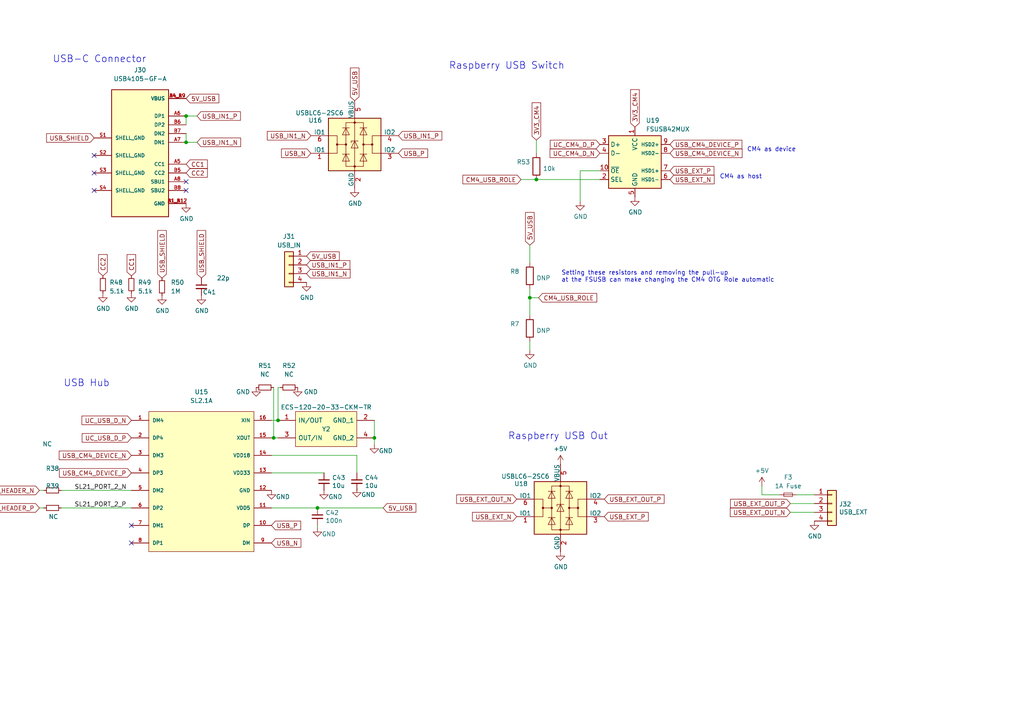
<source format=kicad_sch>
(kicad_sch (version 20250114) (generator "eeschema") (generator_version "9.0")
  (paper "A4")
  (lib_symbols
    (symbol "Connector_Generic:Conn_01x04" (pin_names (offset 1.016) (hide yes))
      (property "Reference" "J" (at 0 5.08 0))
      (property "Value" "Conn_01x04" (at 0 -7.62 0))
      (symbol "Conn_01x04_1_1"
        (rectangle (start -1.27 3.81) (end 1.27 -6.35) (stroke (width 0.254)) (fill (type background)))
        (rectangle (start -1.27 2.667) (end 0 2.413) (stroke (width 0.1524)))
        (rectangle (start -1.27 0.127) (end 0 -0.127) (stroke (width 0.1524)))
        (rectangle (start -1.27 -2.413) (end 0 -2.667) (stroke (width 0.1524)))
        (rectangle (start -1.27 -4.953) (end 0 -5.207) (stroke (width 0.1524)))
        (pin passive line (at -5.08 2.54 0) (length 3.81) (name "Pin_1") (number "1"))
        (pin passive line (at -5.08 0 0) (length 3.81) (name "Pin_2") (number "2"))
        (pin passive line (at -5.08 -2.54 0) (length 3.81) (name "Pin_3") (number "3"))
        (pin passive line (at -5.08 -5.08 0) (length 3.81) (name "Pin_4") (number "4"))
      )
    )
    (symbol "Device:C_Small" (pin_numbers (hide yes)) (pin_names (offset 0.254) (hide yes))
      (property "Reference" "C" (at 0.254 1.778 0))
      (property "Value" "C_Small" (at 0.254 -2.032 0))
      (symbol "C_Small_0_1"
        (polyline (pts (xy -1.524 0.508) (xy 1.524 0.508)) (stroke (width 0.3048)))
        (polyline (pts (xy -1.524 -0.508) (xy 1.524 -0.508)) (stroke (width 0.3302)))
      )
      (symbol "C_Small_1_1"
        (pin passive line (at 0 2.54 270) (length 2.032) (name "~") (number "1"))
        (pin passive line (at 0 -2.54 90) (length 2.032) (name "~") (number "2"))
      )
    )
    (symbol "Device:Fuse_Small" (pin_numbers (hide yes)) (pin_names (offset 0.254) (hide yes))
      (property "Reference" "F" (at 0 -1.524 0))
      (property "Value" "Fuse_Small" (at 0 1.524 0))
      (symbol "Fuse_Small_0_1"
        (rectangle (start -1.27 0.508) (end 1.27 -0.508))
        (polyline (pts (xy -1.27 0) (xy 1.27 0)))
      )
      (symbol "Fuse_Small_1_1"
        (pin passive line (at -2.54 0 0) (length 1.27) (name "~") (number "1"))
        (pin passive line (at 2.54 0 180) (length 1.27) (name "~") (number "2"))
      )
    )
    (symbol "Device:R" (pin_numbers (hide yes)) (pin_names (offset 0))
      (property "Reference" "R" (at 2.032 0 90))
      (property "Value" "R" (at 0 0 90))
      (symbol "R_0_1"
        (rectangle (start -1.016 -2.54) (end 1.016 2.54) (stroke (width 0.254)))
      )
      (symbol "R_1_1"
        (pin passive line (at 0 3.81 270) (length 1.27) (name "~") (number "1"))
        (pin passive line (at 0 -3.81 90) (length 1.27) (name "~") (number "2"))
      )
    )
    (symbol "Device:R_Small" (pin_numbers (hide yes)) (pin_names (offset 0.254) (hide yes))
      (property "Reference" "R" (at 0.762 0.508 0))
      (property "Value" "R_Small" (at 0.762 -1.016 0))
      (symbol "R_Small_0_1"
        (rectangle (start -0.762 1.778) (end 0.762 -1.778) (stroke (width 0.2032)))
      )
      (symbol "R_Small_1_1"
        (pin passive line (at 0 2.54 270) (length 0.762) (name "~") (number "1"))
        (pin passive line (at 0 -2.54 90) (length 0.762) (name "~") (number "2"))
      )
    )
    (symbol "Interface_USB:FSUSB42MUX"
      (property "Reference" "U" (at -6.35 8.89 0))
      (property "Value" "FSUSB42MUX" (at 7.62 8.89 0))
      (symbol "FSUSB42MUX_0_1"
        (rectangle (start 7.62 7.62) (end -7.62 -7.62) (stroke (width 0.254)) (fill (type background)))
      )
      (symbol "FSUSB42MUX_1_1"
        (pin bidirectional line (at -10.16 5.08 0) (length 2.54) (name "D+") (number "3"))
        (pin bidirectional line (at -10.16 2.54 0) (length 2.54) (name "D-") (number "4"))
        (pin input line (at -10.16 -2.54 0) (length 2.54) (name "~{OE}") (number "10"))
        (pin input line (at -10.16 -5.08 0) (length 2.54) (name "SEL") (number "2"))
        (pin power_in line (at 0 10.16 270) (length 2.54) (name "VCC") (number "1"))
        (pin power_in line (at 0 -10.16 90) (length 2.54) (name "GND") (number "5"))
        (pin bidirectional line (at 10.16 5.08 180) (length 2.54) (name "HSD2+") (number "9"))
        (pin bidirectional line (at 10.16 2.54 180) (length 2.54) (name "HSD2-") (number "8"))
        (pin bidirectional line (at 10.16 -2.54 180) (length 2.54) (name "HSD1+") (number "7"))
        (pin bidirectional line (at 10.16 -5.08 180) (length 2.54) (name "HSD1-") (number "6"))
      )
    )
    (symbol "Power_Protection:USBLC6-2SC6" (pin_names (offset 0))
      (property "Reference" "U" (at 5.08 8.89 0))
      (property "Value" "USBLC6-2SC6" (at 10.16 -10.16 0))
      (symbol "USBLC6-2SC6_0_1"
        (rectangle (start -7.62 -7.62) (end 7.62 7.62) (stroke (width 0.254)) (fill (type background)))
        (polyline (pts (xy -5.08 2.54) (xy -7.62 2.54)))
        (circle (center -5.08 0) (radius 0.254) (fill (type outline)))
        (polyline (pts (xy -5.08 0) (xy -5.08 -2.54)))
        (polyline (pts (xy -5.08 -2.54) (xy -7.62 -2.54)))
        (polyline (pts (xy -3.556 2.794) (xy -1.524 2.794) (xy -2.54 4.826) (xy -3.556 2.794)))
        (polyline (pts (xy -3.556 -4.826) (xy -1.524 -4.826) (xy -2.54 -2.794) (xy -3.556 -4.826)))
        (rectangle (start -2.54 6.35) (end 2.54 -6.35))
        (circle (center -2.54 0) (radius 0.254) (fill (type outline)))
        (polyline (pts (xy -2.54 0) (xy -5.08 0) (xy -5.08 2.54)))
        (polyline (pts (xy -1.524 4.826) (xy -3.556 4.826)))
        (polyline (pts (xy -1.524 -2.794) (xy -3.556 -2.794)))
        (polyline (pts (xy -1.016 -1.016) (xy 1.016 -1.016) (xy 0 1.016) (xy -1.016 -1.016)))
        (circle (center 0 6.35) (radius 0.254) (fill (type outline)))
        (polyline (pts (xy 0 6.35) (xy 0 7.62)))
        (polyline (pts (xy 0 1.27) (xy 0 6.35)))
        (polyline (pts (xy 0 -6.35) (xy 0 1.27)))
        (circle (center 0 -6.35) (radius 0.254) (fill (type outline)))
        (polyline (pts (xy 0 -7.62) (xy 0 -6.35)))
        (polyline (pts (xy 1.016 1.016) (xy 0.762 1.016) (xy -1.016 1.016) (xy -1.016 0.508)))
        (polyline (pts (xy 1.524 4.826) (xy 3.556 4.826)))
        (polyline (pts (xy 1.524 -2.794) (xy 3.556 -2.794)))
        (polyline (pts (xy 2.54 0) (xy 5.08 0) (xy 5.08 2.54)))
        (circle (center 2.54 0) (radius 0.254) (fill (type outline)))
        (polyline (pts (xy 3.556 2.794) (xy 1.524 2.794) (xy 2.54 4.826) (xy 3.556 2.794)))
        (polyline (pts (xy 3.556 -4.826) (xy 1.524 -4.826) (xy 2.54 -2.794) (xy 3.556 -4.826)))
        (polyline (pts (xy 5.08 2.54) (xy 7.62 2.54)))
        (polyline (pts (xy 5.08 0) (xy 5.08 -2.54)))
        (circle (center 5.08 0) (radius 0.254) (fill (type outline)))
        (polyline (pts (xy 5.08 -2.54) (xy 7.62 -2.54)))
      )
      (symbol "USBLC6-2SC6_1_1"
        (pin passive line (at -12.7 2.54 0) (length 5.08) (name "IO1") (number "6"))
        (pin passive line (at -12.7 -2.54 0) (length 5.08) (name "IO1") (number "1"))
        (pin passive line (at 0 12.7 270) (length 5.08) (name "VBUS") (number "5"))
        (pin passive line (at 0 -12.7 90) (length 5.08) (name "GND") (number "2"))
        (pin passive line (at 12.7 2.54 180) (length 5.08) (name "IO2") (number "4"))
        (pin passive line (at 12.7 -2.54 180) (length 5.08) (name "IO2") (number "3"))
      )
    )
    (symbol "downloaded_parts:ECS-120-20-33-CKM-TR" (pin_names (offset 0.762))
      (property "Reference" "Y?" (at 16.51 7.62 0))
      (property "Value" "ECS-120-20-33-CKM-TR" (at 11.43 -7.62 0))
      (symbol "ECS-120-20-33-CKM-TR_0_0"
        (pin passive line (at -2.54 -11.43 0) (length 5.08) (name "IN/OUT") (number "1"))
        (pin passive line (at -2.54 -16.51 0) (length 5.08) (name "OUT/IN") (number "3"))
        (pin passive line (at 25.4 -11.43 180) (length 5.08) (name "GND_1") (number "2"))
        (pin passive line (at 25.4 -16.51 180) (length 5.08) (name "GND_2") (number "4"))
      )
      (symbol "ECS-120-20-33-CKM-TR_0_1"
        (rectangle (start 2.54 -8.89) (end 20.32 -19.05) (stroke (width 0.1524)) (fill (type background)))
      )
    )
    (symbol "downloaded_parts:SL2.1A" (pin_names (offset 1.016))
      (property "Reference" "U11" (at 0 25.4 0))
      (property "Value" "SL2.1A" (at 0 22.86 0))
      (symbol "SL2.1A_0_0"
        (pin bidirectional line (at -20.32 17.78 0) (length 5.08) (name "DM4") (number "1"))
        (pin bidirectional line (at -20.32 12.7 0) (length 5.08) (name "DP4") (number "2"))
        (pin bidirectional line (at -20.32 7.62 0) (length 5.08) (name "DM3") (number "3"))
        (pin bidirectional line (at -20.32 2.54 0) (length 5.08) (name "DP3") (number "4"))
        (pin bidirectional line (at -20.32 -2.54 0) (length 5.08) (name "DM2") (number "5"))
        (pin bidirectional line (at -20.32 -7.62 0) (length 5.08) (name "DP2") (number "6"))
        (pin bidirectional line (at -20.32 -12.7 0) (length 5.08) (name "DM1") (number "7"))
        (pin bidirectional line (at -20.32 -17.78 0) (length 5.08) (name "DP1") (number "8"))
        (pin bidirectional line (at 20.32 17.78 180) (length 5.08) (name "XIN") (number "16"))
        (pin bidirectional line (at 20.32 12.7 180) (length 5.08) (name "XOUT") (number "15"))
        (pin bidirectional line (at 20.32 7.62 180) (length 5.08) (name "VDD18") (number "14"))
        (pin bidirectional line (at 20.32 2.54 180) (length 5.08) (name "VDD33") (number "13"))
        (pin bidirectional line (at 20.32 -2.54 180) (length 5.08) (name "GND") (number "12"))
        (pin bidirectional line (at 20.32 -7.62 180) (length 5.08) (name "VDD5") (number "11"))
        (pin bidirectional line (at 20.32 -12.7 180) (length 5.08) (name "DP") (number "10"))
        (pin bidirectional line (at 20.32 -17.78 180) (length 5.08) (name "DM") (number "9"))
      )
      (symbol "SL2.1A_0_1"
        (rectangle (start -15.24 20.32) (end 15.24 -20.32) (stroke (width 0.1524)) (fill (type background)))
      )
    )
    (symbol "downloaded_parts:USB4105-GF-A" (pin_names (offset 1.016))
      (property "Reference" "J5" (at 0 16.51 0))
      (property "Value" "USB4105-GF-A" (at 0 13.97 0))
      (symbol "USB4105-GF-A_0_0"
        (rectangle (start -1.27 12.7) (end 15.24 -24.13) (stroke (width 0.254)) (fill (type background)))
        (pin power_in line (at -6.35 -1.27 0) (length 5.08) (name "SHELL_GND") (number "S1"))
        (pin power_in line (at -6.35 -6.35 0) (length 5.08) (name "SHELL_GND") (number "S2"))
        (pin power_in line (at -6.35 -11.43 0) (length 5.08) (name "SHELL_GND") (number "S3"))
        (pin power_in line (at -6.35 -16.51 0) (length 5.08) (name "SHELL_GND") (number "S4"))
        (pin power_in line (at 20.32 10.16 180) (length 5.08) (name "VBUS") (number "A4_B9"))
        (pin power_in line (at 20.32 10.16 180) (length 5.08) (name "VBUS") (number "B4_A9"))
        (pin bidirectional line (at 20.32 5.08 180) (length 5.08) (name "DP1") (number "A6"))
        (pin bidirectional line (at 20.32 2.54 180) (length 5.08) (name "DP2") (number "B6"))
        (pin bidirectional line (at 20.32 0 180) (length 5.08) (name "DN2") (number "B7"))
        (pin bidirectional line (at 20.32 -2.54 180) (length 5.08) (name "DN1") (number "A7"))
        (pin bidirectional line (at 20.32 -8.89 180) (length 5.08) (name "CC1") (number "A5"))
        (pin bidirectional line (at 20.32 -11.43 180) (length 5.08) (name "CC2") (number "B5"))
        (pin bidirectional line (at 20.32 -13.97 180) (length 5.08) (name "SBU1") (number "A8"))
        (pin bidirectional line (at 20.32 -16.51 180) (length 5.08) (name "SBU2") (number "B8"))
        (pin power_in line (at 20.32 -20.32 180) (length 5.08) (name "GND") (number "A1_B12"))
        (pin power_in line (at 20.32 -20.32 180) (length 5.08) (name "GND") (number "B1_A12"))
      )
    )
    (symbol "power:+5V" (power) (pin_names (offset 0))
      (property "Value" "+5V" (at 0 3.556 0))
      (symbol "+5V_0_1"
        (polyline (pts (xy -0.762 1.27) (xy 0 2.54)))
        (polyline (pts (xy 0 2.54) (xy 0.762 1.27)))
        (polyline (pts (xy 0 0) (xy 0 2.54)))
      )
      (symbol "+5V_1_1"
        (pin power_in line (at 0 0 90) (length 0) (hide yes) (name "+5V") (number "1"))
      )
    )
    (symbol "power:GND" (power) (pin_names (offset 0))
      (property "Value" "GND" (at 0 -3.81 0))
      (symbol "GND_0_1"
        (polyline (pts (xy 0 0) (xy 0 -1.27) (xy 1.27 -1.27) (xy 0 -2.54) (xy -1.27 -1.27) (xy 0 -1.27)))
      )
      (symbol "GND_1_1"
        (pin power_in line (at 0 0 270) (length 0) (hide yes) (name "GND") (number "1"))
      )
    )
  )
  (text "Raspberry USB Switch" (at 130.175 20.32 0) (effects (font (size 2 2)) (justify left bottom)))
  (text "USB-C Connector" (at 15.24 18.415 0) (effects (font (size 2 2)) (justify left bottom)))
  (text "Raspberry USB Out" (at 147.32 127.762 0) (effects (font (size 2 2)) (justify left bottom)))
  (text "CM4 as device" (at 223.774 43.434 0) (effects (font (size 1.27 1.27))))
  (text "Setting these resistors and removing the pull-up \nat the FSUSB can make changing the CM4 OTG Role automatic" (at 162.814 80.264 0) (effects (font (size 1.27 1.27)) (justify left)))
  (text "USB Hub" (at 18.415 112.395 0) (effects (font (size 2 2)) (justify left bottom)))
  (text "CM4 as host" (at 214.884 51.308 0) (effects (font (size 1.27 1.27))))
  (junction (at 79.375 127))
  (junction (at 153.67 86.36))
  (junction (at 53.975 41.275))
  (junction (at 155.575 52.07))
  (junction (at 92.075 147.32))
  (junction (at 53.975 33.655))
  (junction (at 80.645 121.92))
  (junction (at 108.585 127))
  (no_connect (at 27.305 45.085))
  (no_connect (at 27.305 50.165))
  (no_connect (at 27.305 55.245))
  (no_connect (at 38.1 157.48))
  (no_connect (at 38.1 152.4))
  (no_connect (at 53.975 55.245))
  (no_connect (at 53.975 52.705))
  (wire (pts (xy 153.67 99.06) (xy 153.67 101.6)))
  (wire (pts (xy 11.43 147.32) (xy 12.7 147.32)))
  (wire (pts (xy 92.075 147.32) (xy 111.125 147.32)))
  (wire (pts (xy 80.645 127) (xy 79.375 127)))
  (wire (pts (xy 17.78 147.32) (xy 38.1 147.32)))
  (wire (pts (xy 151.13 52.07) (xy 155.575 52.07)))
  (wire (pts (xy 108.585 121.92) (xy 108.585 127)))
  (wire (pts (xy 103.505 132.08) (xy 78.74 132.08)))
  (wire (pts (xy 220.98 140.97) (xy 220.98 143.51)))
  (wire (pts (xy 229.235 146.05) (xy 236.22 146.05)))
  (wire (pts (xy 231.14 143.51) (xy 236.22 143.51)))
  (wire (pts (xy 155.575 40.64) (xy 155.575 44.45)))
  (wire (pts (xy 79.375 112.395) (xy 79.375 127)))
  (wire (pts (xy 79.375 127) (xy 78.74 127)))
  (wire (pts (xy 78.74 137.16) (xy 93.98 137.16)))
  (wire (pts (xy 103.505 142.24) (xy 103.505 141.605)))
  (wire (pts (xy 11.43 142.24) (xy 12.7 142.24)))
  (wire (pts (xy 168.275 49.53) (xy 168.275 58.42)))
  (wire (pts (xy 153.67 86.36) (xy 153.67 91.44)))
  (wire (pts (xy 229.235 148.59) (xy 236.22 148.59)))
  (wire (pts (xy 103.505 137.16) (xy 103.505 132.08)))
  (wire (pts (xy 53.975 41.275) (xy 57.15 41.275)))
  (wire (pts (xy 80.645 121.92) (xy 78.74 121.92)))
  (wire (pts (xy 153.67 71.12) (xy 153.67 76.2)))
  (wire (pts (xy 92.075 152.4) (xy 92.075 153.035)))
  (wire (pts (xy 108.585 128.905) (xy 108.585 127)))
  (wire (pts (xy 155.575 52.07) (xy 173.99 52.07)))
  (wire (pts (xy 17.78 142.24) (xy 38.1 142.24)))
  (wire (pts (xy 173.99 49.53) (xy 168.275 49.53)))
  (wire (pts (xy 80.645 112.395) (xy 80.645 121.92)))
  (wire (pts (xy 53.975 33.655) (xy 53.975 36.195)))
  (wire (pts (xy 81.28 112.395) (xy 80.645 112.395)))
  (wire (pts (xy 53.975 33.655) (xy 57.15 33.655)))
  (wire (pts (xy 153.67 86.36) (xy 153.67 83.82)))
  (wire (pts (xy 53.975 38.735) (xy 53.975 41.275)))
  (wire (pts (xy 92.075 147.32) (xy 78.74 147.32)))
  (wire (pts (xy 220.98 143.51) (xy 226.06 143.51)))
  (wire (pts (xy 156.21 86.36) (xy 153.67 86.36)))
  (label "SL21_PORT_2_N" (at 21.59 142.24 0))
  (label "SL21_PORT_2_P" (at 21.59 147.32 0))
  (global_label "UC_CM4_D_N" (shape input) (at 173.99 44.45 180) (property "Intersheetrefs" "${INTERSHEET_REFS}" (effects (hide yes))))
  (global_label "USB_IN1_N" (shape input) (at 57.15 41.275 0) (property "Intersheetrefs" "${INTERSHEET_REFS}" (effects (hide yes))))
  (global_label "USB_CM4_DEVICE_N" (shape input) (at 38.1 132.08 180) (property "Intersheetrefs" "${INTERSHEET_REFS}" (effects (hide yes))))
  (global_label "3V3_CM4" (shape input) (at 184.15 36.83 90) (property "Intersheetrefs" "${INTERSHEET_REFS}" (effects (hide yes))))
  (global_label "CC1" (shape input) (at 53.975 47.625 0) (property "Intersheetrefs" "${INTERSHEET_REFS}" (effects (hide yes))))
  (global_label "3V3_CM4" (shape input) (at 155.575 40.64 90) (property "Intersheetrefs" "${INTERSHEET_REFS}" (effects (hide yes))))
  (global_label "USB_HEADER_P" (shape input) (at 11.43 147.32 180) (property "Intersheetrefs" "${INTERSHEET_REFS}" (effects (hide yes))))
  (global_label "USB_SHIELD" (shape input) (at 46.99 80.645 90) (property "Intersheetrefs" "${INTERSHEET_REFS}" (effects (hide yes))))
  (global_label "UC_USB_D_P" (shape input) (at 38.1 127 180) (property "Intersheetrefs" "${INTERSHEET_REFS}" (effects (hide yes))))
  (global_label "USB_IN1_P" (shape input) (at 115.57 39.37 0) (property "Intersheetrefs" "${INTERSHEET_REFS}" (effects (hide yes))))
  (global_label "5V_USB" (shape input) (at 111.125 147.32 0) (property "Intersheetrefs" "${INTERSHEET_REFS}" (effects (hide yes))))
  (global_label "USB_EXT_OUT_P" (shape input) (at 175.26 144.78 0) (property "Intersheetrefs" "${INTERSHEET_REFS}" (effects (hide yes))))
  (global_label "USB_N" (shape input) (at 90.17 44.45 180) (property "Intersheetrefs" "${INTERSHEET_REFS}" (effects (hide yes))))
  (global_label "USB_SHIELD" (shape input) (at 58.42 80.645 90) (property "Intersheetrefs" "${INTERSHEET_REFS}" (effects (hide yes))))
  (global_label "5V_USB" (shape input) (at 102.87 29.21 90) (property "Intersheetrefs" "${INTERSHEET_REFS}" (effects (hide yes))))
  (global_label "5V_USB" (shape input) (at 53.975 28.575 0) (property "Intersheetrefs" "${INTERSHEET_REFS}" (effects (hide yes))))
  (global_label "USB_P" (shape input) (at 115.57 44.45 0) (property "Intersheetrefs" "${INTERSHEET_REFS}" (effects (hide yes))))
  (global_label "USB_EXT_OUT_N" (shape input) (at 149.86 144.78 180) (property "Intersheetrefs" "${INTERSHEET_REFS}" (effects (hide yes))))
  (global_label "USB_IN1_N" (shape input) (at 90.17 39.37 180) (property "Intersheetrefs" "${INTERSHEET_REFS}" (effects (hide yes))))
  (global_label "USB_EXT_N" (shape input) (at 194.31 52.07 0) (property "Intersheetrefs" "${INTERSHEET_REFS}" (effects (hide yes))))
  (global_label "USB_HEADER_N" (shape input) (at 11.43 142.24 180) (property "Intersheetrefs" "${INTERSHEET_REFS}" (effects (hide yes))))
  (global_label "5V_USB" (shape input) (at 88.9 74.295 0) (property "Intersheetrefs" "${INTERSHEET_REFS}" (effects (hide yes))))
  (global_label "USB_EXT_OUT_P" (shape input) (at 229.235 146.05 180) (property "Intersheetrefs" "${INTERSHEET_REFS}" (effects (hide yes))))
  (global_label "UC_CM4_D_P" (shape input) (at 173.99 41.91 180) (property "Intersheetrefs" "${INTERSHEET_REFS}" (effects (hide yes))))
  (global_label "USB_CM4_DEVICE_N" (shape input) (at 194.31 44.45 0) (property "Intersheetrefs" "${INTERSHEET_REFS}" (effects (hide yes))))
  (global_label "USB_EXT_OUT_N" (shape input) (at 229.235 148.59 180) (property "Intersheetrefs" "${INTERSHEET_REFS}" (effects (hide yes))))
  (global_label "CM4_USB_ROLE" (shape input) (at 156.21 86.36 0) (property "Intersheetrefs" "${INTERSHEET_REFS}" (effects (hide yes))))
  (global_label "USB_SHIELD" (shape input) (at 27.305 40.005 180) (property "Intersheetrefs" "${INTERSHEET_REFS}" (effects (hide yes))))
  (global_label "USB_EXT_P" (shape input) (at 175.26 149.86 0) (property "Intersheetrefs" "${INTERSHEET_REFS}" (effects (hide yes))))
  (global_label "USB_CM4_DEVICE_P" (shape input) (at 38.1 137.16 180) (property "Intersheetrefs" "${INTERSHEET_REFS}" (effects (hide yes))))
  (global_label "USB_EXT_N" (shape input) (at 149.86 149.86 180) (property "Intersheetrefs" "${INTERSHEET_REFS}" (effects (hide yes))))
  (global_label "UC_USB_D_N" (shape input) (at 38.1 121.92 180) (property "Intersheetrefs" "${INTERSHEET_REFS}" (effects (hide yes))))
  (global_label "CC2" (shape input) (at 29.845 80.01 90) (property "Intersheetrefs" "${INTERSHEET_REFS}" (effects (hide yes))))
  (global_label "CM4_USB_ROLE" (shape input) (at 151.13 52.07 180) (property "Intersheetrefs" "${INTERSHEET_REFS}" (effects (hide yes))))
  (global_label "USB_IN1_P" (shape input) (at 88.9 76.835 0) (property "Intersheetrefs" "${INTERSHEET_REFS}" (effects (hide yes))))
  (global_label "USB_IN1_N" (shape input) (at 88.9 79.375 0) (property "Intersheetrefs" "${INTERSHEET_REFS}" (effects (hide yes))))
  (global_label "USB_N" (shape input) (at 78.74 157.48 0) (property "Intersheetrefs" "${INTERSHEET_REFS}" (effects (hide yes))))
  (global_label "USB_EXT_P" (shape input) (at 194.31 49.53 0) (property "Intersheetrefs" "${INTERSHEET_REFS}" (effects (hide yes))))
  (global_label "USB_CM4_DEVICE_P" (shape input) (at 194.31 41.91 0) (property "Intersheetrefs" "${INTERSHEET_REFS}" (effects (hide yes))))
  (global_label "CC1" (shape input) (at 38.1 80.01 90) (property "Intersheetrefs" "${INTERSHEET_REFS}" (effects (hide yes))))
  (global_label "USB_IN1_P" (shape input) (at 57.15 33.655 0) (property "Intersheetrefs" "${INTERSHEET_REFS}" (effects (hide yes))))
  (global_label "5V_USB" (shape input) (at 153.67 71.12 90) (property "Intersheetrefs" "${INTERSHEET_REFS}" (effects (hide yes))))
  (global_label "USB_P" (shape input) (at 78.74 152.4 0) (property "Intersheetrefs" "${INTERSHEET_REFS}" (effects (hide yes))))
  (global_label "CC2" (shape input) (at 53.975 50.165 0) (property "Intersheetrefs" "${INTERSHEET_REFS}" (effects (hide yes))))
  (symbol (lib_id "Device:R_Small") (at 15.24 142.24 270) (unit 1)
    (property "Reference" "R38" (at 15.24 135.89 90))
    (property "Value" "NC" (at 13.716 128.778 90))
    (property "Footprint" "Resistor_SMD:R_0603_1608Metric" (effects (hide yes)))
  )
  (symbol (lib_id "Device:C_Small") (at 93.98 139.7 0) (unit 1)
    (property "Reference" "C43" (at 96.3042 138.5506 0) (effects (justify left)))
    (property "Value" "10u" (at 96.304 140.849 0) (effects (justify left)))
    (property "Footprint" "Capacitor_SMD:C_0805_2012Metric" (effects (hide yes)))
  )
  (symbol (lib_id "Device:R") (at 155.575 48.26 0) (unit 1)
    (property "Reference" "R53" (at 149.86 46.99 0) (effects (justify left)))
    (property "Value" "10k" (at 157.48 48.895 0) (effects (justify left)))
    (property "Footprint" "Resistor_SMD:R_0603_1608Metric" (effects (hide yes)))
    (property "Datasheet" "https://fscdn.rohm.com/en/products/databook/datasheet/passive/resistor/chip_resistor/mcr-e.pdf" (effects (hide yes)))
    (property "Field4" "Farnell" (effects (hide yes)))
    (property "Field5" "9239278" (effects (hide yes)))
    (property "Field7" "KOA EUROPE GMBH" (effects (hide yes)))
    (property "Field6" "RK73G1ETQTP2201D         " (effects (hide yes)))
    (property "Part Description" "Resistor 2.2K M1005 1% 63mW" (effects (hide yes)))
    (property "Field8" "120889581" (effects (hide yes)))
  )
  (symbol (lib_id "Power_Protection:USBLC6-2SC6") (at 102.87 41.91 0) (unit 1)
    (property "Reference" "U16" (at 91.44 34.9058 0))
    (property "Value" "USBLC6-2SC6" (at 92.71 32.7595 0))
    (property "Footprint" "Package_TO_SOT_SMD:SOT-23-6" (effects (hide yes)))
    (property "Datasheet" "http://www2.st.com/resource/en/datasheet/CD00050750.pdf" (effects (hide yes)))
  )
  (symbol (lib_id "Device:C_Small") (at 92.075 149.86 0) (unit 1)
    (property "Reference" "C42" (at 94.3992 148.7106 0) (effects (justify left)))
    (property "Value" "100n" (at 94.399 151.009 0) (effects (justify left)))
    (property "Footprint" "Capacitor_SMD:C_0805_2012Metric" (effects (hide yes)))
  )
  (symbol (lib_id "Device:Fuse_Small") (at 228.6 143.51 0) (unit 1)
    (property "Reference" "F3" (at 228.6 138.43 0))
    (property "Value" "1A Fuse" (at 228.6 140.97 0))
    (property "Footprint" "Fuse:Fuse_1206_3216Metric" (effects (hide yes)))
  )
  (symbol (lib_id "power:GND") (at 38.1 85.09 0) (unit 1)
    (property "Reference" "#PWR0121" (effects (hide yes)))
    (property "Value" "GND" (at 38.227 89.4842 0))
  )
  (symbol (lib_id "downloaded_parts:USB4105-GF-A") (at 33.655 38.735 0) (unit 1)
    (property "Reference" "J30" (at 40.64 20.32 0))
    (property "Value" "USB4105-GF-A" (at 40.64 22.86 0))
    (property "Footprint" "downloaded_parts:GCT_USB4105-GF-A" (effects (hide yes)))
    (property "MANUFACTURER" "GCT" (effects (hide yes)))
    (property "PARTREV" "A3" (effects (hide yes)))
    (property "MAXIMUM_PACKAGE_HEIGHT" "3.31 mm" (effects (hide yes)))
    (property "STANDARD" "Manufacturer Recommendations" (effects (hide yes)))
  )
  (symbol (lib_id "Device:C_Small") (at 103.505 139.7 0) (unit 1)
    (property "Reference" "C44" (at 105.8292 138.5506 0) (effects (justify left)))
    (property "Value" "10u" (at 105.829 140.849 0) (effects (justify left)))
    (property "Footprint" "Capacitor_SMD:C_0805_2012Metric" (effects (hide yes)))
  )
  (symbol (lib_id "downloaded_parts:SL2.1A") (at 58.42 139.7 0) (unit 1)
    (property "Reference" "U15" (at 58.42 113.665 0))
    (property "Value" "SL2.1A" (at 58.42 116.205 0))
    (property "Footprint" "Package_SO:SO-16_3.9x9.9mm_P1.27mm" (effects (hide yes)))
  )
  (symbol (lib_id "downloaded_parts:ECS-120-20-33-CKM-TR") (at 83.185 110.49 0) (unit 1)
    (property "Reference" "Y2" (at 94.615 124.46 0))
    (property "Value" "ECS-120-20-33-CKM-TR" (at 94.615 118.11 0))
    (property "Footprint" "downloaded_parts:ECS1202033CKMTR" (effects (hide yes)))
    (property "Datasheet" "https://ecsxtal.com/store/pdf/ecx-32.pdf" (effects (hide yes)))
    (property "Description" "Crystals 12.000MHz 20pF 10ppm -20C +70C" (effects (hide yes)))
    (property "Height" "0.8" (effects (hide yes)))
    (property "Mouser Part Number" "520-120-20-33-CKMT" (effects (hide yes)))
    (property "Mouser Price/Stock" "https://www.mouser.co.uk/ProductDetail/ECS/ECS-120-20-33-CKM-TR?qs=ttzZIJSyan3D8IeYzLfaEw%3D%3D" (effects (hide yes)))
    (property "Manufacturer_Name" "ECS" (effects (hide yes)))
    (property "Manufacturer_Part_Number" "ECS-120-20-33-CKM-TR" (effects (hide yes)))
  )
  (symbol (lib_id "Device:R_Small") (at 29.845 82.55 0) (unit 1)
    (property "Reference" "R48" (at 31.75 81.9149 0) (effects (justify left)))
    (property "Value" "5.1k" (at 31.75 84.4549 0) (effects (justify left)))
    (property "Footprint" "Resistor_SMD:R_0603_1608Metric" (effects (hide yes)))
  )
  (symbol (lib_id "power:GND") (at 184.15 57.15 0) (unit 1)
    (property "Reference" "#PWR0138" (effects (hide yes)))
    (property "Value" "GND" (at 184.277 61.5442 0))
  )
  (symbol (lib_id "power:GND") (at 108.585 128.905 0) (unit 1)
    (property "Reference" "#PWR0133" (effects (hide yes)))
    (property "Value" "GND" (at 111.887 130.7592 0))
  )
  (symbol (lib_id "Device:R_Small") (at 83.82 112.395 270) (unit 1)
    (property "Reference" "R52" (at 83.82 106.045 90))
    (property "Value" "NC" (at 83.82 108.585 90))
    (property "Footprint" "Resistor_SMD:R_0603_1608Metric" (effects (hide yes)))
  )
  (symbol (lib_id "power:GND") (at 78.74 142.24 0) (unit 1)
    (property "Reference" "#PWR0126" (effects (hide yes)))
    (property "Value" "GND" (at 82.042 144.0942 0))
  )
  (symbol (lib_id "power:GND") (at 236.22 151.13 0) (unit 1)
    (property "Reference" "#PWR0143" (effects (hide yes)))
    (property "Value" "GND" (at 236.347 155.5242 0))
  )
  (symbol (lib_id "power:GND") (at 88.9 81.915 0) (unit 1)
    (property "Reference" "#PWR0128" (effects (hide yes)))
    (property "Value" "GND" (at 89.027 86.3092 0))
  )
  (symbol (lib_id "power:+5V") (at 162.56 134.62 0) (unit 1)
    (property "Reference" "#PWR0135" (effects (hide yes)))
    (property "Value" "+5V" (at 162.56 130.175 0))
  )
  (symbol (lib_id "power:GND") (at 102.87 54.61 0) (unit 1)
    (property "Reference" "#PWR0131" (effects (hide yes)))
    (property "Value" "GND" (at 102.997 59.0042 0))
  )
  (symbol (lib_id "Device:C_Small") (at 58.42 83.185 0) (unit 1)
    (property "Reference" "C41" (at 58.801 84.7089 0) (effects (justify left)))
    (property "Value" "22p" (at 62.865 80.645 0) (effects (justify left)))
    (property "Footprint" "Capacitor_SMD:C_0603_1608Metric" (effects (hide yes)))
  )
  (symbol (lib_id "Interface_USB:FSUSB42MUX") (at 184.15 46.99 0) (unit 1)
    (property "Reference" "U19" (at 187.325 34.925 0) (effects (justify left)))
    (property "Value" "FSUSB42MUX" (at 187.325 37.465 0) (effects (justify left)))
    (property "Footprint" "Package_SO:MSOP-10_3x3mm_P0.5mm" (effects (hide yes)))
    (property "Datasheet" "https://www.onsemi.com/pub/Collateral/FSUSB42-D.PDF" (effects (hide yes)))
  )
  (symbol (lib_id "power:GND") (at 162.56 160.02 0) (unit 1)
    (property "Reference" "#PWR0136" (effects (hide yes)))
    (property "Value" "GND" (at 162.687 164.4142 0))
  )
  (symbol (lib_id "power:GND") (at 168.275 58.42 0) (unit 1)
    (property "Reference" "#PWR0137" (effects (hide yes)))
    (property "Value" "GND" (at 168.402 62.8142 0))
  )
  (symbol (lib_id "Device:R_Small") (at 46.99 83.185 0) (unit 1)
    (property "Reference" "R50" (at 49.53 81.9149 0) (effects (justify left)))
    (property "Value" "1M" (at 49.53 84.4549 0) (effects (justify left)))
    (property "Footprint" "Resistor_SMD:R_0603_1608Metric" (effects (hide yes)))
  )
  (symbol (lib_id "power:GND") (at 58.42 85.725 0) (unit 1)
    (property "Reference" "#PWR0124" (effects (hide yes)))
    (property "Value" "GND" (at 58.547 90.1192 0))
  )
  (symbol (lib_id "Connector_Generic:Conn_01x04") (at 241.3 146.05 0) (unit 1)
    (property "Reference" "J32" (at 243.3321 146.2214 0) (effects (justify left)))
    (property "Value" "USB_EXT" (at 243.332 148.52 0) (effects (justify left)))
    (property "Footprint" "Connector_JST:JST_GH_BM04B-GHS-TBT_1x04-1MP_P1.25mm_Vertical" (effects (hide yes)))
  )
  (symbol (lib_id "power:GND") (at 46.99 85.725 0) (unit 1)
    (property "Reference" "#PWR0122" (effects (hide yes)))
    (property "Value" "GND" (at 47.117 90.1192 0))
  )
  (symbol (lib_id "power:GND") (at 86.36 112.395 0) (unit 1)
    (property "Reference" "#PWR0127" (effects (hide yes)))
    (property "Value" "GND" (at 90.17 113.665 0))
  )
  (symbol (lib_id "power:GND") (at 103.505 141.605 0) (unit 1)
    (property "Reference" "#PWR0132" (effects (hide yes)))
    (property "Value" "GND" (at 106.807 143.4592 0))
  )
  (symbol (lib_id "power:GND") (at 153.67 101.6 0) (unit 1)
    (property "Reference" "#PWR016" (effects (hide yes)))
    (property "Value" "GND" (at 153.797 105.9942 0))
  )
  (symbol (lib_id "Device:R_Small") (at 38.1 82.55 0) (unit 1)
    (property "Reference" "R49" (at 40.005 81.9149 0) (effects (justify left)))
    (property "Value" "5.1k" (at 40.005 84.4549 0) (effects (justify left)))
    (property "Footprint" "Resistor_SMD:R_0603_1608Metric" (effects (hide yes)))
  )
  (symbol (lib_id "power:GND") (at 53.975 59.055 0) (unit 1)
    (property "Reference" "#PWR0123" (effects (hide yes)))
    (property "Value" "GND" (at 54.102 63.4492 0))
  )
  (symbol (lib_id "Device:R_Small") (at 15.24 147.32 270) (unit 1)
    (property "Reference" "R39" (at 15.24 140.97 90))
    (property "Value" "NC" (at 15.494 149.86 90))
    (property "Footprint" "Resistor_SMD:R_0603_1608Metric" (effects (hide yes)))
  )
  (symbol (lib_id "Power_Protection:USBLC6-2SC6") (at 162.56 147.32 0) (unit 1)
    (property "Reference" "U18" (at 151.13 140.3158 0))
    (property "Value" "USBLC6-2SC6" (at 152.4 138.1695 0))
    (property "Footprint" "Package_TO_SOT_SMD:SOT-23-6" (effects (hide yes)))
    (property "Datasheet" "http://www2.st.com/resource/en/datasheet/CD00050750.pdf" (effects (hide yes)))
  )
  (symbol (lib_id "power:GND") (at 29.845 85.09 0) (unit 1)
    (property "Reference" "#PWR0120" (effects (hide yes)))
    (property "Value" "GND" (at 29.972 89.4842 0))
  )
  (symbol (lib_id "Device:R_Small") (at 76.835 112.395 270) (unit 1)
    (property "Reference" "R51" (at 76.835 106.045 90))
    (property "Value" "NC" (at 76.835 108.585 90))
    (property "Footprint" "Resistor_SMD:R_0603_1608Metric" (effects (hide yes)))
  )
  (symbol (lib_id "power:+5V") (at 220.98 140.97 0) (unit 1)
    (property "Reference" "#PWR0141" (effects (hide yes)))
    (property "Value" "+5V" (at 220.98 136.525 0))
  )
  (symbol (lib_id "Device:R") (at 153.67 80.01 0) (unit 1)
    (property "Reference" "R8" (at 147.955 78.74 0) (effects (justify left)))
    (property "Value" "DNP" (at 155.575 80.645 0) (effects (justify left)))
    (property "Footprint" "Resistor_SMD:R_0603_1608Metric" (effects (hide yes)))
    (property "Datasheet" "https://fscdn.rohm.com/en/products/databook/datasheet/passive/resistor/chip_resistor/mcr-e.pdf" (effects (hide yes)))
    (property "Field4" "Farnell" (effects (hide yes)))
    (property "Field5" "9239278" (effects (hide yes)))
    (property "Field7" "KOA EUROPE GMBH" (effects (hide yes)))
    (property "Field6" "RK73G1ETQTP2201D         " (effects (hide yes)))
    (property "Part Description" "Resistor 2.2K M1005 1% 63mW" (effects (hide yes)))
    (property "Field8" "120889581" (effects (hide yes)))
  )
  (symbol (lib_id "Device:R") (at 153.67 95.25 0) (unit 1)
    (property "Reference" "R7" (at 147.955 93.98 0) (effects (justify left)))
    (property "Value" "DNP" (at 155.575 95.885 0) (effects (justify left)))
    (property "Footprint" "Resistor_SMD:R_0603_1608Metric" (effects (hide yes)))
    (property "Datasheet" "https://fscdn.rohm.com/en/products/databook/datasheet/passive/resistor/chip_resistor/mcr-e.pdf" (effects (hide yes)))
    (property "Field4" "Farnell" (effects (hide yes)))
    (property "Field5" "9239278" (effects (hide yes)))
    (property "Field7" "KOA EUROPE GMBH" (effects (hide yes)))
    (property "Field6" "RK73G1ETQTP2201D         " (effects (hide yes)))
    (property "Part Description" "Resistor 2.2K M1005 1% 63mW" (effects (hide yes)))
    (property "Field8" "120889581" (effects (hide yes)))
  )
  (symbol (lib_id "power:GND") (at 93.98 142.24 0) (unit 1)
    (property "Reference" "#PWR0130" (effects (hide yes)))
    (property "Value" "GND" (at 97.282 144.0942 0))
  )
  (symbol (lib_id "power:GND") (at 92.075 153.035 0) (unit 1)
    (property "Reference" "#PWR0129" (effects (hide yes)))
    (property "Value" "GND" (at 95.377 154.8892 0))
  )
  (symbol (lib_id "power:GND") (at 74.295 112.395 0) (unit 1)
    (property "Reference" "#PWR0125" (effects (hide yes)))
    (property "Value" "GND" (at 70.485 113.665 0))
  )
  (symbol (lib_id "Connector_Generic:Conn_01x04") (at 83.82 76.835 0) (mirror y) (unit 1)
    (property "Reference" "J31" (at 83.82 68.58 0))
    (property "Value" "USB_IN" (at 83.82 71.12 0))
    (property "Footprint" "Connector_JST:JST_GH_BM04B-GHS-TBT_1x04-1MP_P1.25mm_Vertical" (effects (hide yes)))
  )
)
</source>
